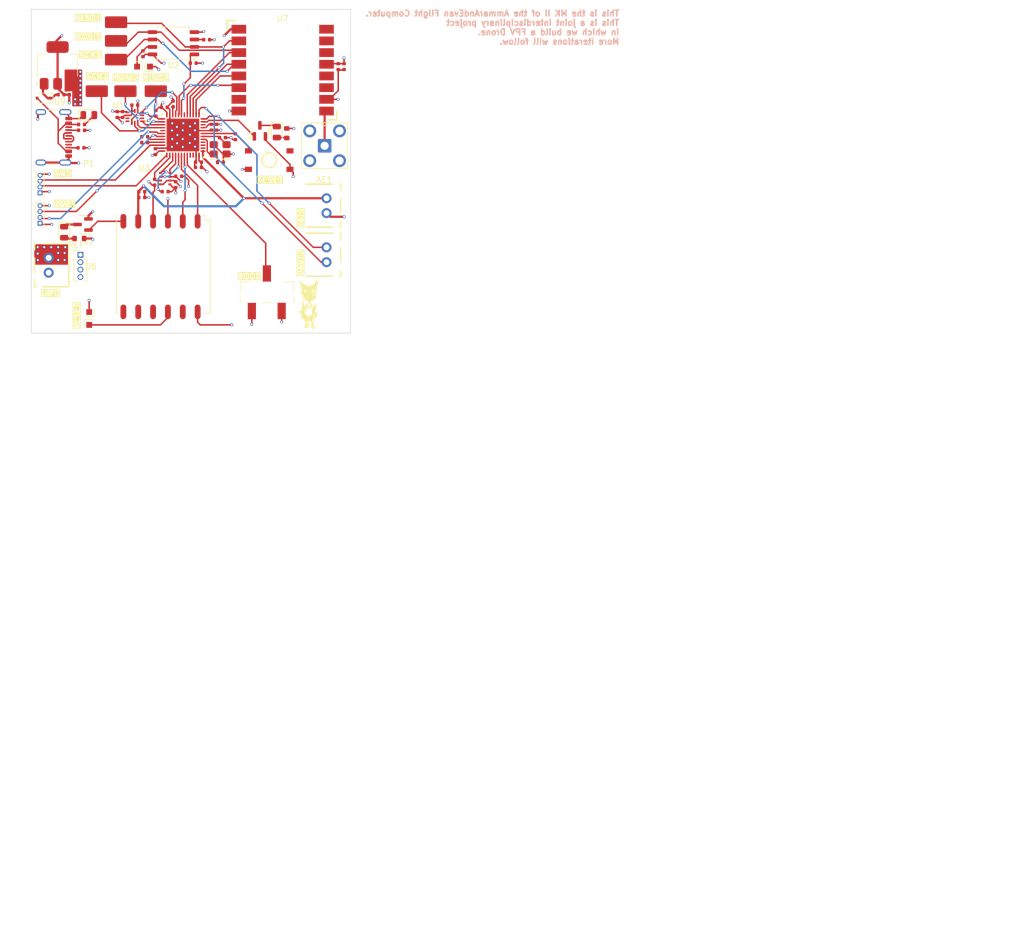
<source format=kicad_pcb>
(kicad_pcb (version 20241229) (generator "pcbnew") (generator_version "9.0")
  (layers (0 "F.Cu" signal) (4 "In1.Cu" power) (6 "In2.Cu" power) (2 "B.Cu" signal) (13 "F.Paste" user) (15 "B.Paste" user) (5 "F.SilkS" user "F.Silkscreen") (7 "B.SilkS" user "B.Silkscreen") (1 "F.Mask" user) (3 "B.Mask" user) (25 "Edge.Cuts" user))
  (net 0 "")
  (net 1 "+3.3V")
  (net 2 "+BATT")
  (net 3 "Net-(U5-PH1-OSC_OUT)")
  (net 4 "Net-(U5-PH0-OSC_IN)")
  (net 5 "+5V")
  (net 6 "Net-(U5-VCAP1)")
  (net 7 "/SPI5_NSS")
  (net 8 "/SPI1_MOSI")
  (net 9 "/SPI1_SCK")
  (net 10 "/SPI1_MISO")
  (net 11 "/SPI1_NSS")
  (net 12 "Net-(U2-~{WP}{slash}IO_{2})")
  (net 13 "Net-(U2-~{HOLD}{slash}~{RESET}{slash}IO_{3})")
  (net 14 "/MCU_RX2")
  (net 15 "Net-(P1-CC1)")
  (net 16 "/MCU_TX2")
  (net 17 "Net-(P1-CC2)")
  (net 21 "Net-(D1-K)")
  (net 22 "/SPI2_SCK")
  (net 27 "/SPI2_NSS")
  (net 28 "Net-(D6-Pad2)")
  (net 29 "Net-(D3-Pad2)")
  (net 30 "/SPI2_MISO")
  (net 32 "/SPI2_MOSI")
  (net 34 "/Debug_TX")
  (net 35 "/Debug_RX")
  (net 39 "GND")
  (net 42 "/MCU_TX1")
  (net 43 "/SPI3_NSS")
  (net 44 "/MCU_RX1")
  (net 48 "Net-(AE1-A)")
  (net 52 "Net-(U5-NRST)")
  (net 53 "Net-(SW2-B)")
  (net 54 "/SPI3_MOSI")
  (net 55 "/SPI5_SCK")
  (net 56 "/SPI3_MISO")
  (net 57 "/SPI3_SCK")
  (net 58 "/Lora_RES")
  (net 59 "/USB_FS_DP")
  (net 60 "/USB_FS_DN")
  (net 61 "Net-(Q3-D)")
  (net 62 "Net-(D5-Pad2)")
  (net 63 "Net-(Q2-D)")
  (net 64 "/SWDIO")
  (net 67 "/SWCLK")
  (net 68 "Net-(Q3-G)")
  (net 69 "/IMU_INT")
  (net 71 "Net-(U6-~{RESET})")
  (net 72 "3.3V")
  (net 73 "Net-(Q2-G)")
  (net 74 "Net-(U5-PA11)")
  (net 75 "Net-(U5-PA12)")
  (footprint "easyeda2kicad:CONN-TH_B2B-XH-A-LF-SN" (layer "F.Cu") (at 112 54.4 90)
    (property "Reference" "BATT")
    (property "Value" "Connector")
  )
  (footprint "PCM_JLCPCB:R_0402" (layer "F.Cu") (at 70.1 41.5 180)
    (property "Reference" "R1" (hide yes))
    (property "Value" "5.1kΩ" (hide yes))
  )
  (footprint "PCM_JLCPCB:R_0402" (layer "F.Cu") (at 89.2 30)
    (property "Reference" "R7" (hide yes))
    (property "Value" "5.1kΩ" (hide yes))
  )
  (footprint "PCM_JLCPCB:C_0402" (layer "F.Cu") (at 76.2 38.8 -90)
    (property "Reference" "C7" (hide yes))
    (property "Value" "2.2uF")
  )
  (footprint "PCM_JLCPCB:C_0402" (layer "F.Cu") (at 94.2 42.75 180)
    (property "Reference" "C11" (hide yes))
    (property "Value" "20pF")
  )
  (footprint "TestPoint:TestPoint_Pad_1.0x1.0mm" (layer "F.Cu") (at 71.4 74.8 90)
    (property "Reference" "REF**" (hide yes))
    (property "Value" "TestPoint_Pad_1.0x1.0mm")
  )
  (footprint "Connector_Coaxial:SMA_BAT_Wireless_BWSMA-KWE-Z001" (layer "F.Cu") (at 111.675 44.15 -90)
    (property "Reference" "AE1")
    (property "Value" "915MHZ Antenna")
  )
  (footprint "easyeda2kicad:SW-SMD_4P-L4.5-W4.5-P3.15-LS7.5-TL" (layer "F.Cu") (at 102.2 46.6)
    (property "Reference" "RESET")
    (property "Value" "TS1101S")
  )
  (footprint "PCM_JLCPCB:C_0402" (layer "F.Cu") (at 90.1 46.95 180)
    (property "Reference" "C18" (hide yes))
    (property "Value" "4.7uF")
  )
  (footprint "Package_LGA:Bosch_LGA-8_2x2.5mm_P0.65mm_ClockwisePinNumbering" (layer "F.Cu") (at 84.4 49.775 90)
    (property "Reference" "U3")
    (property "Value" "BMP280")
  )
  (footprint "PCM_JLCPCB:R_0402" (layer "F.Cu") (at 70 44.5 180)
    (property "Reference" "R2" (hide yes))
    (property "Value" "5.1kΩ" (hide yes))
  )
  (footprint "PCM_JLCPCB:C_0402" (layer "F.Cu") (at 92.3 40.965316 -90)
    (property "Reference" "C21" (hide yes))
    (property "Value" "1uF")
  )
  (footprint "easyeda2kicad:CONN-TH_B2B-XH-A-LF-SN" (layer "F.Cu") (at 112 62.8 90)
    (property "Reference" "UART2")
    (property "Value" "Connector")
  )
  (footprint "Package_SO:SOIC-8_5.3x5.3mm_P1.27mm" (layer "F.Cu") (at 85.8125 26.6 180)
    (property "Reference" "U2")
    (property "Value" "W25Q16JVSS")
  )
  (footprint "PCM_JLCPCB:R_0402" (layer "F.Cu") (at 70.1 40.5)
    (property "Reference" "R11" (hide yes))
    (property "Value" "200Ω" (hide yes))
  )
  (footprint "TestPoint:TestPoint_Keystone_5019_Miniature" (layer "F.Cu") (at 72.7 34.8)
    (property "Reference" "SCK2")
    (property "Value" "TestPoint")
  )
  (footprint "PCM_JLCPCB:C_0402" (layer "F.Cu") (at 90.09547 47.838667)
    (property "Reference" "C25" (hide yes))
    (property "Value" "100nF")
  )
  (footprint "PCM_JLCPCB:R_0402" (layer "F.Cu") (at 82.8 38.6 -90)
    (property "Reference" "R12" (hide yes))
    (property "Value" "5.1kΩ" (hide yes))
  )
  (footprint "PCM_JLCPCB:Q_SOT-23" (layer "F.Cu") (at 70.34 57.62 180)
    (property "Reference" "Q3" (hide yes))
    (property "Value" "AO3400A")
  )
  (footprint "TestPoint:TestPoint_Keystone_5019_Miniature" (layer "F.Cu") (at 76 26.2 180)
    (property "Reference" "MOSI1")
    (property "Value" "TestPoint")
  )
  (footprint "PCM_JLCPCB:C_0402" (layer "F.Cu") (at 82.73575 45.153393 -90)
    (property "Reference" "C29" (hide yes))
    (property "Value" "100nF")
  )
  (footprint "PCM_JLCPCB:C_0402" (layer "F.Cu") (at 93.85 47)
    (property "Reference" "C10" (hide yes))
    (property "Value" "20pF")
  )
  (footprint "SW-SHOUHAN_MST-22D18G23J_C2875122:SPDT" (layer "F.Cu") (at 101.8 69.215365)
    (property "Reference" "BOOT")
    (property "Value" "SPDT" (hide yes))
  )
  (footprint "PCM_JLCPCB:R_0402" (layer "F.Cu") (at 84.4 52)
    (property "Reference" "R15" (hide yes))
    (property "Value" "5.1kΩ" (hide yes))
  )
  (footprint "TestPoint:TestPoint_Pad_1.0x1.0mm" (layer "F.Cu") (at 71.4 72.6 90)
    (property "Reference" "REF**" (hide yes))
    (property "Value" "TestPoint_Pad_1.0x1.0mm")
  )
  (footprint "Connector_PinHeader_1.00mm:PinHeader_1x04_P1.00mm_Vertical" (layer "F.Cu") (at 63 57.4 180)
    (property "Reference" "UART")
    (property "Value" "Conn_01x04_Pin")
  )
  (footprint "Package_TO_SOT_SMD:SOT-223-3_TabPin2" (layer "F.Cu") (at 66 30.4 90)
    (property "Reference" "U9")
    (property "Value" "AP7361C-33E")
  )
  (footprint "easyeda2kicad:LGA-14_L3.0-W2.5-P0.50-TL" (layer "F.Cu") (at 79.2 39.2 180)
    (property "Reference" "U1")
    (property "Value" "ICM-42605")
  )
  (footprint "MountingHole:MountingHole_2.1mm" (layer "F.Cu") (at 64.8 72.8)
    (property "Reference" "REF**" (hide yes))
    (property "Value" "MountingHole_2.1mm")
  )
  (footprint "PCM_JLCPCB:C_0402" (layer "F.Cu") (at 80.4 52)
    (property "Reference" "C31" (hide yes))
    (property "Value" "100nF")
  )
  (footprint "TestPoint:TestPoint_Keystone_5019_Miniature" (layer "F.Cu") (at 76 23 180)
    (property "Reference" "MISO1")
    (property "Value" "TestPoint")
  )
  (footprint "PCM_JLCPCB:C_0402" (layer "F.Cu") (at 68.5 35.4 180)
    (property "Reference" "C4" (hide yes))
    (property "Value" "4.7uF")
  )
  (footprint "PCM_JLCPCB:CRYSTAL-SMD_4P-L3.2-W2.5-BL" (layer "F.Cu") (at 93.8 44.75 180)
    (property "Reference" "X1" (hide yes))
    (property "Value" "Shenzhen SCTF Elec SX2B12.000F1010F30")
  )
  (footprint "PCM_JLCPCB:R_0402" (layer "F.Cu") (at 91.5 26)
    (property "Reference" "R3" (hide yes))
    (property "Value" "5.1kΩ" (hide yes))
  )
  (footprint "PCM_JLCPCB:D_0805" (layer "F.Cu") (at 103.5 41.8 -90)
    (property "Reference" "D5" (hide yes))
    (property "Value" "Red")
  )
  (footprint "Connector_PinHeader_1.27mm:PinHeader_1x04_P1.27mm_Vertical" (layer "F.Cu") (at 69.9 62.8)
    (property "Reference" "REF**")
    (property "Value" "PinHeader_1x04_P1.27mm_Vertical")
  )
  (footprint "PCM_JLCPCB:C_0402" (layer "F.Cu") (at 93.2 40.974013 -90)
    (property "Reference" "C20" (hide yes))
    (property "Value" "100nF")
  )
  (footprint "Diode_SMD:D_SOD-323F" (layer "F.Cu") (at 63.6 36 180)
    (property "Reference" "D1" (hide yes))
    (property "Value" "PMEG3015EJ")
  )
  (footprint "USB-C:USB-C" (layer "F.Cu") (at 64.21 42.7 -90)
    (property "Reference" "P1")
    (property "Value" "USB_C_Plug")
  )
  (footprint "Connector_PinHeader_1.00mm:PinHeader_1x04_P1.00mm_Vertical" (layer "F.Cu") (at 63 52.2 180)
    (property "Reference" "SWD")
    (property "Value" "Conn_01x04_Pin")
  )
  (footprint "PCM_JLCPCB:R_0603" (layer "F.Cu") (at 105.2 42 -90)
    (property "Reference" "R5" (hide yes))
    (property "Value" "75Ω")
  )
  (footprint "PCM_JLCPCB:C_0402" (layer "F.Cu") (at 79.2 37.2)
    (property "Reference" "C8" (hide yes))
    (property "Value" "10nF")
  )
  (footprint "PCM_JLCPCB:C_0402" (layer "F.Cu") (at 86.2 50.8 90)
    (property "Reference" "C12" (hide yes))
    (property "Value" "100nF")
  )
  (footprint "PCM_JLCPCB:D_0805" (layer "F.Cu") (at 71.34 38.9)
    (property "Reference" "D3" (hide yes))
    (property "Value" "Green")
  )
  (footprint "LOGO" (layer "F.Cu") (at 108.9 71.3)
    (property "Reference" "G***" (hide yes))
    (property "Value" "LOGO" (hide yes))
  )
  (footprint "PCM_JLCPCB:C_0402" (layer "F.Cu") (at 77.128509 38.8 90)
    (property "Reference" "C6" (hide yes))
    (property "Value" "100nF")
  )
  (footprint "Package_DFN_QFN:QFN-48-1EP_7x7mm_P0.5mm_EP5.6x5.6mm" (layer "F.Cu") (at 87.4375 42.3 180)
    (property "Reference" "U5" (hide yes))
    (property "Value" "STM32F411")
  )
  (footprint "Lora1276:COMM-SMD_LORA1276-C1-915MHZ" (layer "F.Cu") (at 104.5 31.2)
    (property "Reference" "U7")
    (property "Value" "915MHz")
  )
  (footprint "easyeda2kicad:CONN-TH_B2B-XH-A-LF-SN" (layer "F.Cu") (at 64.4725 64.6 -90)
    (property "Reference" "LIPO")
    (property "Value" "Connector")
  )
  (footprint "PCM_JLCPCB:R_0402" (layer "F.Cu") (at 80.9 43.6 180)
    (property "Reference" "R14" (hide yes))
    (property "Value" "22Ω" (hide yes))
  )
  (footprint "TestPoint:TestPoint_Keystone_5019_Miniature" (layer "F.Cu") (at 77.6 34.8)
    (property "Reference" "MOSI2")
    (property "Value" "TestPoint")
  )
  (footprint "PCM_JLCPCB:C_0402" (layer "F.Cu") (at 66.6 35.4)
    (property "Reference" "C5" (hide yes))
    (property "Value" "4.7uF")
  )
  (footprint "PCM_JLCPCB:C_0402" (layer "F.Cu") (at 80.4 53)
    (property "Reference" "C15" (hide yes))
    (property "Value" "4.7uF")
  )
  (footprint "MountingHole:MountingHole_2.1mm" (layer "F.Cu") (at 113.2 73.2)
    (property "Reference" "REF**" (hide yes))
    (property "Value" "MountingHole_2.1mm")
  )
  (footprint "TestPoint:TestPoint_Pad_1.0x1.0mm" (layer "F.Cu") (at 79.6 30.6)
    (property "Reference" "REF**" (hide yes))
    (property "Value" "TestPoint_Pad_1.0x1.0mm")
  )
  (footprint "PCM_JLCPCB:R_0402" (layer "F.Cu") (at 82.6 50.375 -90)
    (property "Reference" "R9" (hide yes))
    (property "Value" "5.1kΩ" (hide yes))
  )
  (footprint "TestPoint:TestPoint_Keystone_5019_Miniature" (layer "F.Cu") (at 76 29.4)
    (property "Reference" "SCK1")
    (property "Value" "TestPoint")
  )
  (footprint "PCM_JLCPCB:C_0402" (layer "F.Cu") (at 96.4 42.6 -90)
    (property "Reference" "C27" (hide yes))
    (property "Value" "100nF")
  )
  (footprint "PCM_JLCPCB:R_0402" (layer "F.Cu") (at 80.6 28.4 -90)
    (property "Reference" "R4" (hide yes))
    (property "Value" "5.1kΩ" (hide yes))
  )
  (footprint "TestPoint:TestPoint_Pad_1.0x1.0mm" (layer "F.Cu") (at 81.8 30.6)
    (property "Reference" "REF**" (hide yes))
    (property "Value" "TestPoint_Pad_1.0x1.0mm")
  )
  (footprint "PCM_JLCPCB:C_0402" (layer "F.Cu") (at 115 30.6 -90)
    (property "Reference" "C28" (hide yes))
    (property "Value" "100nF")
  )
  (footprint "L86:XCVR_L86-M33" (layer "F.Cu") (at 83.6 64.823663 -90)
    (property "Reference" "U6")
    (property "Value" "L86-M33")
  )
  (footprint "TestPoint:TestPoint_Keystone_5019_Miniature" (layer "F.Cu") (at 82.8 34.8)
    (property "Reference" "MISO2")
    (property "Value" "TestPoint")
  )
  (footprint "PCM_JLCPCB:D_0805" (layer "F.Cu") (at 67.12 58.94 -90)
    (property "Reference" "D6" (hide yes))
    (property "Value" "Red")
  )
  (footprint "MountingHole:MountingHole_2.1mm" (layer "F.Cu") (at 64.2 23.4)
    (property "Reference" "REF**" (hide yes))
    (property "Value" "MountingHole_2.1mm")
  )
  (footprint "PCM_JLCPCB:C_0402" (layer "F.Cu") (at 84.25 37.567564 180)
    (property "Reference" "C9" (hide yes))
    (property "Value" "100nF")
  )
  (footprint "PCM_JLCPCB:C_0402" (layer "F.Cu") (at 85.75 37 90)
    (property "Reference" "C26" (hide yes))
    (property "Value" "4.7uF")
  )
  (footprint "PCM_JLCPCB:Q_SOT-23" (layer "F.Cu") (at 100.6 41.6 90)
    (property "Reference" "Q2" (hide yes))
    (property "Value" "AO3400A")
  )
  (footprint "PCM_JLCPCB:R_0603" (layer "F.Cu") (at 69.72 60.02 180)
    (property "Reference" "R13" (hide yes))
    (property "Value" "75Ω")
  )
  (footprint "PCM_JLCPCB:C_0402" (layer "F.Cu") (at 86.711167 49.36675)
    (property "Reference" "C17" (hide yes))
    (property "Value" "100nF")
  )
  (footprint "PCM_JLCPCB:C_0402" (layer "F.Cu") (at 114 30.6 -90)
    (property "Reference" "C14" (hide yes))
    (property "Value" "10uF")
  )
  (footprint "PCM_JLCPCB:R_0402" (layer "F.Cu") (at 80.9 42.6 180)
    (property "Reference" "R6" (hide yes))
    (property "Value" "22Ω" (hide yes))
  )
  (gr_rect (start 61.512349 20.8) (end 116.112349 76.2) (stroke (width 0.1)) (fill no) (layer "Edge.Cuts"))
  (gr_text "RESET" (at 69.3 73.3 90) (layer "F.SilkS" knockout) (effects (font (size 1 1))))
  (gr_text "This is the MK II of the AmmarAndEvan Flight Computer.\nThis is a joint interdisciplinary project \nin which we build a FPV Drone. \nMore iterations will follow.\n" (at 162.2 26.9 0) (layer "B.SilkS") (effects (font (size 1 1) (thickness 0.25) (bold yes)) (justify left bottom mirror)))
  (segment (start 89.7 30) (end 90.8 30) (width 0.254) (layer "F.Cu") (net 1))
  (segment (start 84.6875 38.8625) (end 84.6875 38.42451) (width 0.254) (layer "F.Cu") (net 1))
  (segment (start 104.326729 74.3) (end 104.326729 72.408862) (width 0.254) (layer "F.Cu") (net 1))
  (segment (start 84.9 52) (end 85.5 52) (width 0.254) (layer "F.Cu") (net 1))
  (segment (start 82.33 52.07) (end 82.6 51.8) (width 0.254) (layer "F.Cu") (net 1))
  (segment (start 90.1875 46.6875) (end 90.1875 45.775) (width 0.254) (layer "F.Cu") (net 1))
  (segment (start 79.7 38.19) (end 79.7 37.2) (width 0.254) (layer "F.Cu") (net 1))
  (segment (start 76.2 38.3) (end 75.5 38.3) (width 0.254) (layer "F.Cu") (net 1))
  (segment (start 69 35.4) (end 69 34.25) (width 0.381) (layer "F.Cu") (net 1))
  (segment (start 87.1 50.255583) (end 86.211167 49.36675) (width 0.254) (layer "F.Cu") (net 1))
  (segment (start 69 34.25) (end 68.3 33.55) (width 0.381) (layer "F.Cu") (net 1))
  (segment (start 82.33 57.073663) (end 82.33 52.07) (width 0.254) (layer "F.Cu") (net 1))
  (segment (start 83.332436 37.567564) (end 83.75 37.567564) (width 0.254) (layer "F.Cu") (net 1))
  (segment (start 115 30.1) (end 115 29.1) (width 0.254) (layer "F.Cu") (net 1))
  (segment (start 69 35.4) (end 69 36.2) (width 0.381) (layer "F.Cu") (net 1))
  (segment (start 83.339143 45.05) (end 82.73575 45.653393) (width 0.254) (layer "F.Cu") (net 1))
  (segment (start 90.6 47.85) (end 90.6 46.95) (width 0.254) (layer "F.Cu") (net 1))
  (segment (start 82.175 50.875) (end 81.6 50.3) (width 0.254) (layer "F.Cu") (net 1))
  (segment (start 79.720421 37.179579) (end 79.7 37.2) (width 0.254) (layer "F.Cu") (net 1))
  (segment (start 90.59547 47.838667) (end 90.788667 47.838667) (width 0.254) (layer "F.Cu") (net 1))
  (segment (start 112.3 29.9) (end 112 30.2) (width 0.254) (layer "F.Cu") (net 1))
  (segment (start 80.995 28.505) (end 82.225 28.505) (width 0.254) (layer "F.Cu") (net 1))
  (segment (start 63.2 49) (end 64.6 49) (width 0.254) (layer "F.Cu") (net 1))
  (segment (start 82.6 50.875) (end 82.6 51.8) (width 0.254) (layer "F.Cu") (net 1))
  (segment (start 106.38 41.18) (end 106.4 41.2) (width 0.254) (layer "F.Cu") (net 1))
  (segment (start 86.127917 49.45) (end 86.211167 49.36675) (width 0.254) (layer "F.Cu") (net 1))
  (segment (start 86.2 51.3) (end 85.75 51.3) (width 0.254) (layer "F.Cu") (net 1))
  (segment (start 84.6875 38.42451) (end 83.830554 37.567564) (width 0.254) (layer "F.Cu") (net 1))
  (segment (start 90.1875 45.775) (end 90.15 45.7375) (width 0.254) (layer "F.Cu") (net 1))
  (segment (start 71.82 60.02) (end 72 60.2) (width 0.381) (layer "F.Cu") (net 1))
  (segment (start 82.73575 45.653393) (end 82.346607 45.653393) (width 0.254) (layer "F.Cu") (net 1))
  (segment (start 83.72 30) (end 82.225 28.505) (width 0.254) (layer "F.Cu") (net 1))
  (segment (start 77.79 38.3) (end 77.94 38.45) (width 0.254) (layer "F.Cu") (net 1))
  (segment (start 83.75 37.05) (end 84 36.8) (width 0.254) (layer "F.Cu") (net 1))
  (segment (start 80.6 28.9) (end 80.995 28.505) (width 0.254) (layer "F.Cu") (net 1))
  (segment (start 85.75 51.3) (end 85.2 50.75) (width 0.254) (layer "F.Cu") (net 1))
  (segment (start 63 49.2) (end 63.2 49) (width 0.254) (layer "F.Cu") (net 1))
  (segment (start 84.2 30) (end 83.72 30) (width 0.254) (layer "F.Cu") (net 1))
  (segment (start 83.75 37.567564) (end 83.75 37.05) (width 0.254) (layer "F.Cu") (net 1))
  (segment (start 105.2 41.18) (end 106.38 41.18) (width 0.254) (layer "F.Cu") (net 1))
  (segment (start 86.2 51.3) (end 86.2 52.2) (width 0.254) (layer "F.Cu") (net 1))
  (segment (start 79.720421 36.502063) (end 79.720421 37.179579) (width 0.254) (layer "F.Cu") (net 1))
  (segment (start 63 54.4) (end 64.6 54.4) (width 0.254) (layer "F.Cu") (net 1))
  (segment (start 90.45 46.95) (end 90.1875 46.6875) (width 0.254) (layer "F.Cu") (net 1))
  (segment (start 82.346607 45.653393) (end 82.2 45.8) (width 0.254) (layer "F.Cu") (net 1))
  (segment (start 82.8 38.1) (end 83.332436 37.567564) (width 0.254) (layer "F.Cu") (net 1))
  (segment (start 115 30.1) (end 112 30.1) (width 0.254) (layer "F.Cu") (net 1))
  (segment (start 70.54 60.02) (end 71.82 60.02) (width 0.381) (layer "F.Cu") (net 1))
  (segment (start 92 26) (end 92.8 26) (width 0.254) (layer "F.Cu") (net 1))
  (segment (start 90.788667 47.838667) (end 91.55 48.6) (width 0.254) (layer "F.Cu") (net 1))
  (segment (start 76.2 38.3) (end 77.79 38.3) (width 0.254) (layer "F.Cu") (net 1))
  (segment (start 82.6 50.875) (end 82.175 50.875) (width 0.254) (layer "F.Cu") (net 1))
  (segment (start 84 45.05) (end 83.339143 45.05) (width 0.254) (layer "F.Cu") (net 1))
  (segment (start 85.2 49.45) (end 86.127917 49.45) (width 0.254) (layer "F.Cu") (net 1))
  (segment (start 85.5 52) (end 86.2 51.3) (width 0.254) (layer "F.Cu") (net 1))
  (segment (start 75.5 38.3) (end 75.4 38.2) (width 0.254) (layer "F.Cu") (net 1))
  (via (at 86.2 52.2) (size 0.5) (drill 0.3) (layers "F.Cu" "B.Cu") (net 1))
  (via (at 69.9 34.6) (size 0.5) (drill 0.3) (layers "F.Cu" "B.Cu") (net 1))
  (via (at 67.2 63.7) (size 0.5) (drill 0.3) (layers "F.Cu" "B.Cu") (net 1))
  (via (at 69.9 31.5) (size 0.5) (drill 0.3) (layers "F.Cu" "B.Cu") (net 1))
  (via (at 106.4 41.2) (size 0.5) (drill 0.3) (layers "F.Cu" "B.Cu") (net 1))
  (via (at 64.6 54.4) (size 0.5) (drill 0.3) (layers "F.Cu" "B.Cu") (net 1))
  (via (at 64.6 49) (size 0.5) (drill 0.3) (layers "F.Cu" "B.Cu") (net 1))
  (via (at 79.720421 36.502063) (size 0.5) (drill 0.3) (layers "F.Cu" "B.Cu") (net 1))
  (via (at 63.7 61.5) (size 0.5) (drill 0.3) (layers "F.Cu" "B.Cu") (net 1))
  (via (at 67.2 62.5) (size 0.5) (drill 0.3) (layers "F.Cu" "B.Cu") (net 1))
  (via (at 115 29.1) (size 0.5) (drill 0.3) (layers "F.Cu" "B.Cu") (net 1))
  (via (at 66.1 62.5) (size 0.5) (drill 0.3) (layers "F.Cu" "B.Cu") (net 1))
  (via (at 69.9 32.2) (size 0.5) (drill 0.3) (layers "F.Cu" "B.Cu") (net 1))
  (via (at 82.2 45.8) (size 0.5) (drill 0.3) (layers "F.Cu" "B.Cu") (net 1))
  (via (at 66.1 63.7) (size 0.5) (drill 0.3) (layers "F.Cu" "B.Cu") (net 1))
  (via (at 69.9 33.8) (size 0.5) (drill 0.3) (layers "F.Cu" "B.Cu") (net 1))
  (via (at 69.9 36.3) (size 0.5) (drill 0.3) (layers "F.Cu" "B.Cu") (net 1))
  (via (at 90.8 30) (size 0.5) (drill 0.3) (layers "F.Cu" "B.Cu") (net 1))
  (via (at 64.9 61.5) (size 0.5) (drill 0.3) (layers "F.Cu" "B.Cu") (net 1))
  (via (at 104.326729 74.3) (size 0.5) (drill 0.3) (layers "F.Cu" "B.Cu") (net 1))
  (via (at 69.9 33) (size 0.5) (drill 0.3) (layers "F.Cu" "B.Cu") (net 1))
  (via (at 75.4 38.2) (size 0.5) (drill 0.3) (layers "F.Cu" "B.Cu") (net 1))
  (via (at 62.6 62.6) (size 0.5) (drill 0.3) (layers "F.Cu" "B.Cu") (net 1))
  (via (at 66.1 61.5) (size 0.5) (drill 0.3) (layers "F.Cu" "B.Cu") (net 1))
  (via (at 92.8 26) (size 0.5) (drill 0.3) (layers "F.Cu" "B.Cu") (net 1))
  (via (at 87.1 50.255583) (size 0.5) (drill 0.3) (layers "F.Cu" "B.Cu") (net 1))
  (via (at 69 36.2) (size 0.5) (drill 0.3) (layers "F.Cu" "B.Cu") (net 1))
  (via (at 91.55 48.6) (size 0.5) (drill 0.3) (layers "F.Cu" "B.Cu") (net 1))
  (via (at 72 60.2) (size 0.5) (drill 0.3) (layers "F.Cu" "B.Cu") (net 1))
  (via (at 69.9 37) (size 0.5) (drill 0.3) (layers "F.Cu" "B.Cu") (net 1))
  (via (at 84.2 30) (size 0.5) (drill 0.3) (layers "F.Cu" "B.Cu") (net 1))
  (via (at 81.6 50.3) (size 0.5) (drill 0.3) (layers "F.Cu" "B.Cu") (net 1))
  (via (at 69 37) (size 0.5) (drill 0.3) (layers "F.Cu" "B.Cu") (net 1))
  (via (at 62.6 61.5) (size 0.5) (drill 0.3) (layers "F.Cu" "B.Cu") (net 1))
  (via (at 67.3 61.5) (size 0.5) (drill 0.3) (layers "F.Cu" "B.Cu") (net 1))
  (via (at 69.9 35.5) (size 0.5) (drill 0.3) (layers "F.Cu" "B.Cu") (net 1))
  (via (at 84 36.8) (size 0.5) (drill 0.3) (layers "F.Cu" "B.Cu") (net 1))
  (via (at 62.6 63.7) (size 0.5) (drill 0.3) (layers "F.Cu" "B.Cu") (net 1))
  (segment (start 91 46.2) (end 91 46.274342) (width 0.381) (layer "F.Cu") (net 2))
  (segment (start 91 46.274342) (end 97.855658 53.13) (width 0.381) (layer "F.Cu") (net 2))
  (segment (start 80.7 51.1) (end 79.9 51.9) (width 0.381) (layer "F.Cu") (net 2))
  (segment (start 79.79 57.073663) (end 79.79 52.11) (width 0.381) (layer "F.Cu") (net 2))
  (segment (start 79.9 51.9) (end 79.9 52) (width 0.381) (layer "F.Cu") (net 2))
  (segment (start 90.875 45.05) (end 90.875 46.075) (width 0.381) (layer "F.Cu") (net 2))
  (segment (start 80.7 51) (end 80.7 51.1) (width 0.381) (layer "F.Cu") (net 2))
  (segment (start 97.855658 53.13) (end 112.525 53.13) (width 0.381) (layer "F.Cu") (net 2))
  (segment (start 90.875 46.075) (end 91 46.2) (width 0.381) (layer "F.Cu") (net 2))
  (via (at 80.7 51) (size 0.5) (drill 0.3) (layers "F.Cu" "B.Cu") (net 2))
  (via (at 97.855658 53.13) (size 0.5) (drill 0.3) (layers "F.Cu" "B.Cu") (net 2))
  (segment (start 96.485658 54.5) (end 97.855658 53.13) (width 0.381) (layer "B.Cu") (net 2))
  (segment (start 84.2 54.5) (end 96.485658 54.5) (width 0.381) (layer "B.Cu") (net 2))
  (segment (start 80.7 51) (end 84.2 54.5) (width 0.381) (layer "B.Cu") (net 2))
  (segment (start 93.5 42.55) (end 94.9 43.95) (width 0.254) (layer "F.Cu") (net 3))
  (segment (start 90.8375 42.55) (end 93.5 42.55) (width 0.254) (layer "F.Cu") (net 3))
  (segment (start 92.7 45.55) (end 92 45.55) (width 0.254) (layer "F.Cu") (net 4))
  (segment (start 91.603 43.324016) (end 91.328984 43.05) (width 0.254) (layer "F.Cu") (net 4))
  (segment (start 91.328984 43.05) (end 90.8375 43.05) (width 0.254) (layer "F.Cu") (net 4))
  (segment (start 92 45.55) (end 91.603 45.153) (width 0.254) (layer "F.Cu") (net 4))
  (segment (start 93.35 46.2) (end 92.7 45.55) (width 0.254) (layer "F.Cu") (net 4))
  (segment (start 93.35 47) (end 93.35 46.2) (width 0.254) (layer "F.Cu") (net 4))
  (segment (start 91.603 45.153) (end 91.603 43.324016) (width 0.254) (layer "F.Cu") (net 4))
  (segment (start 68.09 40.5) (end 67.89 40.3) (width 0.254) (layer "F.Cu") (net 5))
  (segment (start 67.496232 40.3) (end 66.1 41.696232) (width 0.254) (layer "F.Cu") (net 5))
  (segment (start 67.89 40.3) (end 67.496232 40.3) (width 0.254) (layer "F.Cu") (net 5))
  (segment (start 66.1 39.6) (end 65.4 38.9) (width 0.254) (layer "F.Cu") (net 5))
  (segment (start 66.1 43.8) (end 66.196232 43.8) (width 0.254) (layer "F.Cu") (net 5))
  (segment (start 67.496232 45.1) (end 67.89 45.1) (width 0.254) (layer "F.Cu") (net 5))
  (segment (start 69.6 40.5) (end 68.09 40.5) (width 0.254) (layer "F.Cu") (net 5))
  (segment (start 66.1 41.696232) (end 66.1 43.8) (width 0.254) (layer "F.Cu") (net 5))
  (segment (start 66.196232 43.8) (end 67.496232 45.1) (width 0.254) (layer "F.Cu") (net 5))
  (segment (start 66.1 41.696232) (end 66.1 39.6) (width 0.254) (layer "F.Cu") (net 5))
  (segment (start 62.5 36) (end 65.4 38.9) (width 0.254) (layer "F.Cu") (net 5))
  (segment (start 85.6875 37.3125) (end 85.6875 38.8625) (width 0.254) (layer "F.Cu") (net 6))
  (segment (start 85.75 37.25) (end 85.6875 37.3125) (width 0.254) (layer "F.Cu") (net 6))
  (segment (start 88.7 32.5) (end 88.7 30) (width 0.254) (layer "F.Cu") (net 7))
  (segment (start 87.1875 36.4125) (end 87.1875 38.8625) (width 0.254) (layer "F.Cu") (net 7))
  (segment (start 87.6 36) (end 87.1875 36.4125) (width 0.254) (layer "F.Cu") (net 7))
  (segment (start 88.7 30) (end 88.7 28.5925) (width 0.254) (layer "F.Cu") (net 7))
  (segment (start 88.7 28.5925) (end 88.7875 28.505) (width 0.254) (layer "F.Cu") (net 7))
  (segment (start 87.6 33.6) (end 88.7 32.5) (width 0.254) (layer "F.Cu") (net 7))
  (via (at 87.6 33.6) (size 0.5) (drill 0.3) (layers "F.Cu" "B.Cu") (net 7))
  (via (at 87.6 36) (size 0.5) (drill 0.3) (layers "F.Cu" "B.Cu") (net 7))
  (segment (start 87.6 33.6) (end 87.6 36) (width 0.254) (layer "B.Cu") (net 7))
  (segment (start 83.695 24.695) (end 86.8 27.8) (width 0.254) (layer "F.Cu") (net 8))
  (segment (start 95.4 28.2) (end 88.1875 35.4125) (width 0.254) (layer "F.Cu") (net 8))
  (segment (start 88.1875 35.4125) (end 88.1875 38.8625) (width 0.254) (layer "F.Cu") (net 8))
  (segment (start 90.227438 27.815) (end 90.242438 27.8) (width 0.254) (layer "F.Cu") (net 8))
  (segment (start 88.572562 27.815) (end 90.227438 27.815) (width 0.254) (layer "F.Cu") (net 8))
  (segment (start 82.225 24.695) (end 83.695 24.695) (width 0.254) (layer "F.Cu") (net 8))
  (segment (start 96.7 28.2) (end 95.4 28.2) (width 0.254) (layer "F.Cu") (net 8))
  (segment (start 88.557562 27.8) (end 88.572562 27.815) (width 0.254) (layer "F.Cu") (net 8))
  (segment (start 79.805 24.695) (end 82.225 24.695) (width 0.254) (layer "F.Cu") (net 8))
  (segment (start 90.242438 27.8) (end 96.6 27.8) (width 0.254) (layer "F.Cu") (net 8))
  (segment (start 77.9 26.6) (end 79.805 24.695) (width 0.254) (layer "F.Cu") (net 8))
  (segment (start 96.6 27.8) (end 97 28.2) (width 0.254) (layer "F.Cu") (net 8))
  (segment (start 86.8 27.8) (end 88.557562 27.8) (width 0.254) (layer "F.Cu") (net 8))
  (segment (start 75 26.6) (end 77.9 26.6) (width 0.254) (layer "F.Cu") (net 8))
  (segment (start 96.2 30.2) (end 95 31.4) (width 0.254) (layer "F.Cu") (net 9))
  (segment (start 96.7 30.2) (end 96.2 30.2) (width 0.254) (layer "F.Cu") (net 9))
  (segment (start 95.000001 30.2) (end 89.1875 36.012501) (width 0.254) (layer "F.Cu") (net 9))
  (segment (start 83.165 25.965) (end 82.225 25.965) (width 0.254) (layer "F.Cu") (net 9))
  (segment (start 83.8 26.6) (end 83.165 25.965) (width 0.254) (layer "F.Cu") (net 9))
  (segment (start 84 26.6) (end 83.8 26.6) (width 0.254) (layer "F.Cu") (net 9))
  (segment (start 82.225 25.965) (end 80.835 25.965) (width 0.254) (layer "F.Cu") (net 9))
  (segment (start 89.1875 36.012501) (end 89.1875 38.8625) (width 0.254) (layer "F.Cu") (net 9))
  (segment (start 76.8 30) (end 75 30) (width 0.254) (layer "F.Cu") (net 9))
  (segment (start 80.835 25.965) (end 76.8 30) (width 0.254) (layer "F.Cu") (net 9))
  (segment (start 96.7 30.2) (end 95.000001 30.2) (width 0.254) (layer "F.Cu") (net 9))
  (via (at 84 26.6) (size 0.5) (drill 0.3) (layers "F.Cu" "B.Cu") (net 9))
  (via (at 95 31.4) (size 0.5) (drill 0.3) (layers "F.Cu" "B.Cu") (net 9))
  (segment (start 95 31.4) (end 88.8 31.4) (width 0.254) (layer "B.Cu") (net 9))
  (segment (start 88.8 31.4) (end 84 26.6) (width 0.254) (layer "B.Cu") (net 9))
  (segment (start 89.4 27.235) (end 87.835 27.235) (width 0.254) (layer "F.Cu") (net 10))
  (segment (start 94.365 27.235) (end 89.4 27.235) (width 0.254) (layer "F.Cu") (net 10))
  (segment (start 95.4 26.2) (end 96.7 26.2) (width 0.254) (layer "F.Cu") (net 10))
  (segment (start 94.365 27.235) (end 95.4 26.2) (width 0.254) (layer "F.Cu") (net 10))
  (segment (start 87.835 27.235) (end 83.8 23.2) (width 0.254) (layer "F.Cu") (net 10))
  (segment (start 83.8 23.2) (end 75 23.2) (width 0.254) (layer "F.Cu") (net 10))
  (segment (start 88.6875 35.7125) (end 88.6875 38.8625) (width 0.254) (layer "F.Cu") (net 10))
  (segment (start 93.6 30.8) (end 88.6875 35.7125) (width 0.254) (layer "F.Cu") (net 10))
  (via (at 94.365 27.235) (size 0.5) (drill 0.3) (layers "F.Cu" "B.Cu") (net 10))
  (via (at 93.6 30.8) (size 0.5) (drill 0.3) (layers "F.Cu" "B.Cu") (net 10))
  (segment (start 94.4 27.27) (end 94.4 30) (width 0.254) (layer "B.Cu") (net 10))
  (segment (start 94.4 30) (end 93.6 30.8) (width 0.254) (layer "B.Cu") (net 10))
  (segment (start 94.365 27.235) (end 94.4 27.27) (width 0.254) (layer "B.Cu") (net 10))
  (segment (start 93.8 32.2) (end 96.7 32.2) (width 0.254) (layer "F.Cu") (net 11))
  (segment (start 89.6875 38.8625) (end 89.6875 36.3125) (width 0.254) (layer "F.Cu") (net 11))
  (segment (start 89.6875 36.3125) (end 93.8 32.2) (width 0.254) (layer "F.Cu") (net 11))
  (segment (start 89.4 25.965) (end 90.965 25.965) (width 0.254) (layer "F.Cu") (net 12))
  (segment (start 90.965 25.965) (end 91 26) (width 0.254) (layer "F.Cu") (net 12))
  (segment (start 79.6 30.6) (end 79.6 28.9) (width 0.254) (layer "F.Cu") (net 13))
  (segment (start 80.6 27.9) (end 81.265 27.235) (width 0.254) (layer "F.Cu") (net 13))
  (segment (start 79.6 28.9) (end 80.6 27.9) (width 0.254) (layer "F.Cu") (net 13))
  (segment (start 81.265 27.235) (end 82.225 27.235) (width 0.254) (layer "F.Cu") (net 13))
  (segment (start 91.4 37.8) (end 91.2 37.6) (width 0.254) (layer "F.Cu") (net 14))
  (segment (start 100.95 53.95) (end 111.07 64.07) (width 0.254) (layer "F.Cu") (net 14))
  (segment (start 90.1875 38.0125) (end 90.1875 38.8625) (width 0.254) (layer "F.Cu") (net 14))
  (segment (start 91.2 37.6) (end 90.6 37.6) (width 0.254) (layer "F.Cu") (net 14))
  (segment (start 111.07 64.07) (end 112 64.07) (width 0.254) (layer "F.Cu") (net 14))
  (segment (start 90.6 37.6) (end 90.1875 38.0125) (width 0.254) (layer "F.Cu") (net 14))
  (via (at 91.4 37.8) (size 0.5) (drill 0.3) (layers "F.Cu" "B.Cu") (net 14))
  (via (at 100.95 53.95) (size 0.5) (drill 0.3) (layers "F.Cu" "B.Cu") (net 14))
  (segment (start 92.8 39.2) (end 91.4 37.8) (width 0.254) (layer "B.Cu") (net 14))
  (segment (start 92.8 45.8) (end 92.8 39.2) (width 0.254) (layer "B.Cu") (net 14))
  (segment (start 100.95 53.95) (end 92.8 45.8) (width 0.254) (layer "B.Cu") (net 14))
  (segment (start 69.6 41.5) (end 67.94 41.5) (width 0.254) (layer "F.Cu") (net 15))
  (segment (start 67.94 41.5) (end 67.89 41.45) (width 0.254) (layer "F.Cu") (net 15))
  (segment (start 102.2 54) (end 109.73 61.53) (width 0.254) (layer "F.Cu") (net 16))
  (segment (start 91.487274 39.55) (end 90.875 39.55) (width 0.254) (layer "F.Cu") (net 16))
  (segment (start 93.5 39.1) (end 91.937274 39.1) (width 0.254) (layer "F.Cu") (net 16))
  (segment (start 91.937274 39.1) (end 91.487274 39.55) (width 0.254) (layer "F.Cu") (net 16))
  (segment (start 109.73 61.53) (end 112 61.53) (width 0.254) (layer "F.Cu") (net 16))
  (via (at 93.5 39.1) (size 0.5) (drill 0.3) (layers "F.Cu" "B.Cu") (net 16))
  (via (at 102.2 54) (size 0.5) (drill 0.3) (layers "F.Cu" "B.Cu") (net 16))
  (segment (start 100.1 51.9) (end 100.1 45.7) (width 0.254) (layer "B.Cu") (net 16))
  (segment (start 100.1 45.7) (end 93.5 39.1) (width 0.254) (layer "B.Cu") (net 16))
  (segment (start 102.2 54) (end 100.1 51.9) (width 0.254) (layer "B.Cu") (net 16))
  (segment (start 67.94 44.5) (end 67.89 44.45) (width 0.254) (layer "F.Cu") (net 17))
  (segment (start 69.5 44.5) (end 67.94 44.5) (width 0.254) (layer "F.Cu") (net 17))
  (segment (start 63.7 33.55) (end 63.5 33.75) (width 0.381) (layer "F.Cu") (net 21))
  (segment (start 63.5 35.2) (end 64.3 36) (width 0.381) (layer "F.Cu") (net 21))
  (segment (start 63.5 33.75) (end 63.5 35.2) (width 0.381) (layer "F.Cu") (net 21))
  (segment (start 66.1 35.4) (end 65.65 35.4) (width 0.381) (layer "F.Cu") (net 21))
  (segment (start 65.05 36) (end 64.7 36) (width 0.381) (layer "F.Cu") (net 21))
  (segment (start 64.3 36) (end 64.7 36) (width 0.381) (layer "F.Cu") (net 21))
  (segment (start 65.65 35.4) (end 65.05 36) (width 0.381) (layer "F.Cu") (net 21))
  (segment (start 79.2 40.8) (end 79.2 40.21) (width 0.254) (layer "F.Cu") (net 22))
  (segment (start 73.5 38.5) (end 76.6 41.6) (width 0.254) (layer "F.Cu") (net 22))
  (segment (start 82.4 40) (end 82.446621 40.046621) (width 0.254) (layer "F.Cu") (net 22))
  (segment (start 80 41.6) (end 79.2 40.8) (width 0.254) (layer "F.Cu") (net 22))
  (segment (start 76.6 41.6) (end 80 41.6) (width 0.254) (layer "F.Cu") (net 22))
  (segment (start 83.996621 40.046621) (end 84 40.05) (width 0.254) (layer "F.Cu") (net 22))
  (segment (start 82.446621 40.046621) (end 83.996621 40.046621) (width 0.254) (layer "F.Cu") (net 22))
  (segment (start 73.5 35.7) (end 73.5 38.5) (width 0.254) (layer "F.Cu") (net 22))
  (via (at 82.4 40) (size 0.5) (drill 0.3) (layers "F.Cu" "B.Cu") (net 22))
  (via (at 80 41.6) (size 0.5) (drill 0.3) (layers "F.Cu" "B.Cu") (net 22))
  (segment (start 82.2 40) (end 82.4 40) (width 0.254) (layer "B.Cu") (net 22))
  (segment (start 80.6 41.6) (end 82.2 40) (width 0.254) (layer "B.Cu") (net 22))
  (segment (start 80 41.6) (end 80.6 41.6) (width 0.254) (layer "B.Cu") (net 22))
  (segment (start 84 39.55) (end 83.25 39.55) (width 0.254) (layer "F.Cu") (net 27))
  (segment (start 78.7 39.616) (end 78.7 40.21) (width 0.254) (layer "F.Cu") (net 27))
  (segment (start 81.3 38.6) (end 81.8 39.1) (width 0.254) (layer "F.Cu") (net 27))
  (segment (start 79.516 38.8) (end 78.7 39.616) (width 0.254) (layer "F.Cu") (net 27))
  (segment (start 78.7 40.21) (end 78.7 40.5) (width 0.254) (layer "F.Cu") (net 27))
  (segment (start 83.25 39.55) (end 82.8 39.1) (width 0.254) (layer "F.Cu") (net 27))
  (segment (start 79.8 38.8) (end 79.516 38.8) (width 0.254) (layer "F.Cu") (net 27))
  (segment (start 81.8 39.1) (end 82.8 39.1) (width 0.254) (layer "F.Cu") (net 27))
  (via (at 81.3 38.6) (size 0.5) (drill 0.3) (layers "F.Cu" "B.Cu") (net 27))
  (via (at 79.8 38.8) (size 0.5) (drill 0.3) (layers "F.Cu" "B.Cu") (net 27))
  (segment (start 81.3 38.6) (end 80 38.6) (width 0.254) (layer "B.Cu") (net 27))
  (segment (start 80 38.6) (end 79.8 38.8) (width 0.254) (layer "B.Cu") (net 27))
  (segment (start 68.9 60.02) (end 67.26 60.02) (width 0.381) (layer "F.Cu") (net 28))
  (segment (start 67.26 60.02) (end 67.12 59.88) (width 0.381) (layer "F.Cu") (net 28))
  (segment (start 70.68 40.5) (end 72.28 38.9) (width 0.254) (layer "F.Cu") (net 29))
  (segment (start 70.6 40.5) (end 70.68 40.5) (width 0.254) (layer "F.Cu") (net 29))
  (segment (start 80.46 39.95) (end 80.475 39.95) (width 0.254) (layer "F.Cu") (net 30))
  (segment (start 80.475 39.95) (end 81.075 40.55) (width 0.254) (layer "F.Cu") (net 30))
  (segment (start 82.8 37) (end 82.8 34.8) (width 0.254) (layer "F.Cu") (net 30))
  (segment (start 81.075 40.55) (end 84 40.55) (width 0.254) (layer "F.Cu") (net 30))
  (segment (start 81.6 39.8) (end 81.45 39.95) (width 0.254) (layer "F.Cu") (net 30))
  (segment (start 81.45 39.95) (end 80.46 39.95) (width 0.254) (layer "F.Cu") (net 30))
  (via (at 82.8 37) (size 0.5) (drill 0.3) (layers "F.Cu" "B.Cu") (net 30))
  (via (at 81.6 39.8) (size 0.5) (drill 0.3) (layers "F.Cu" "B.Cu") (net 30))
  (segment (start 82.6 37.2) (end 82.8 37) (width 0.254) (layer "B.Cu") (net 30))
  (segment (start 81.6 39.8) (end 82.6 38.8) (width 0.254) (layer "B.Cu") (net 30))
  (segment (start 82.6 38.8) (end 82.6 37.2) (width 0.254) (layer "B.Cu") (net 30))
  (segment (start 79.7 40.21) (end 79.7 39.7) (width 0.254) (layer "F.Cu") (net 32))
  (segment (start 79.7 40.21) (end 79.7 40.555) (width 0.254) (layer "F.Cu") (net 32))
  (segment (start 79.7 40.555) (end 80.195 41.05) (width 0.254) (layer "F.Cu") (net 32))
  (segment (start 80.195 41.05) (end 84 41.05) (width 0.254) (layer "F.Cu") (net 32))
  (segment (start 79.7 39.7) (end 79.8 39.6) (width 0.254) (layer "F.Cu") (net 32))
  (segment (start 77.6 37) (end 77.6 35) (width 0.254) (layer "F.Cu") (net 32))
  (via (at 77.6 37) (size 0.5) (drill 0.3) (layers "F.Cu" "B.Cu") (net 32))
  (via (at 79.8 39.6) (size 0.5) (drill 0.3) (layers "F.Cu" "B.Cu") (net 32))
  (segment (start 77.6 37) (end 77.6 37.4) (width 0.254) (layer "B.Cu") (net 32))
  (segment (start 77.6 37.4) (end 79.8 39.6) (width 0.254) (layer "B.Cu") (net 32))
  (segment (start 81.524272 41.789173) (end 81.535099 41.8) (width 0.254) (layer "F.Cu") (net 34))
  (segment (start 64.6 56.6) (end 63.2 56.6) (width 0.254) (layer "F.Cu") (net 34))
  (segment (start 82.952362 41.8) (end 83.202362 42.05) (width 0.254) (layer "F.Cu") (net 34))
  (segment (start 63.2 56.6) (end 63 56.4) (width 0.254) (layer "F.Cu") (net 34))
  (segment (start 81.535099 41.8) (end 82.952362 41.8) (width 0.254) (layer "F.Cu") (net 34))
  (segment (start 83.202362 42.05) (end 84 42.05) (width 0.254) (layer "F.Cu") (net 34))
  (via (at 64.6 56.6) (size 0.5) (drill 0.3) (layers "F.Cu" "B.Cu") (net 34))
  (via (at 81.524272 41.789173) (size 0.5) (drill 0.3) (layers "F.Cu" "B.Cu") (net 34))
  (segment (start 81.524272 41.789173) (end 81.310827 41.789173) (width 0.254) (layer "B.Cu") (net 34))
  (segment (start 66.5 56.6) (end 64.6 56.6) (width 0.254) (layer "B.Cu") (net 34))
  (segment (start 81.310827 41.789173) (end 66.5 56.6) (width 0.254) (layer "B.Cu") (net 34))
  (segment (start 72.733674 51.866326) (end 69.215 55.385) (width 0.254) (layer "F.Cu") (net 35))
  (segment (start 69.215 55.385) (end 63.015 55.385) (width 0.254) (layer "F.Cu") (net 35))
  (segment (start 82.352095 42.346362) (end 82.746362 42.346362) (width 0.254) (layer "F.Cu") (net 35))
  (segment (start 82.95 42.55) (end 84 42.55) (width 0.254) (layer "F.Cu") (net 35))
  (segment (start 72.736612 51.866326) (end 72.733674 51.866326) (width 0.254) (layer "F.Cu") (net 35))
  (segment (start 63.015 55.385) (end 63 55.4) (width 0.254) (layer "F.Cu") (net 35))
  (segment (start 82.746362 42.346362) (end 82.95 42.55) (width 0.254) (layer "F.Cu") (net 35))
  (via (at 72.736612 51.866326) (size 0.5) (drill 0.3) (layers "F.Cu" "B.Cu") (net 35))
  (via (at 82.352095 42.346362) (size 0.5) (drill 0.3) (layers "F.Cu" "B.Cu") (net 35))
  (segment (start 82.253638 42.346362) (end 82.352095 42.346362) (width 0.254) (layer "B.Cu") (net 35))
  (segment (start 73.6 51.002938) (end 73.6 51) (width 0.254) (layer "B.Cu") (net 35))
  (segment (start 72.736612 51.866326) (end 73.6 51.002938) (width 0.254) (layer "B.Cu") (net 35))
  (segment (start 73.6 51) (end 82.253638 42.346362) (width 0.254) (layer "B.Cu") (net 35))
  (segment (start 87.4375 42.3) (end 88.1875 41.55) (width 0.254) (layer "F.Cu") (net 39))
  (segment (start 67.9975 36.8) (end 67.9975 36.4025) (width 0.381) (layer "F.Cu") (net 39))
  (segment (start 77.1 40.2) (end 76.2 39.3) (width 0.254) (layer "F.Cu") (net 39))
  (segment (start 114 36.2) (end 112 36.2) (width 0.254) (layer "F.Cu") (net 39))
  (segment (start 106.3 48.73) (end 105.75 48.18) (width 0.254) (layer "F.Cu") (net 39))
  (segment (start 69.6 47.1) (end 67.5 47.1) (width 0.381) (layer "F.Cu") (net 39))
  (segment (start 65 57.6) (end 63.2 57.6) (width 0.254) (layer "F.Cu") (net 39))
  (segment (start 88.4 50.047638) (end 87.719112 49.36675) (width 0.254) (layer "F.Cu") (net 39))
  (segment (start 87.719112 49.36675) (end 87.211167 49.36675) (width 0.254) (layer "F.Cu") (net 39))
  (segment (start 84.046 50.75) (end 83.6 50.75) (width 0.254) (layer "F.Cu") (net 39))
  (segment (start 65.8 27.05) (end 65.8 26.2) (width 0.381) (layer "F.Cu") (net 39))
  (segment (start 63.2 52) (end 64.6 52) (width 0.254) (layer "F.Cu") (net 39))
  (segment (start 105.75 47.35) (end 105.75 48.18) (width 0.254) (layer "F.Cu") (net 39))
  (segment (start 97.6 48.2) (end 97.62 48.18) (width 0.254) (layer "F.Cu") (net 39))
  (segment (start 89.95 72.573663) (end 89.95 74.35) (width 0.254) (layer "F.Cu") (net 39))
  (segment (start 85.75 36.5) (end 85.75 36.15) (width 0.254) (layer "F.Cu") (net 39))
  (segment (start 115 56.3) (end 112.63 56.3) (width 0.381) (layer "F.Cu") (net 39))
  (segment (start 89.6875 45.7375) (end 89.6875 46.8625) (width 0.254) (layer "F.Cu") (net 39))
  (segment (start 77.478509 38.95) (end 77.94 38.95) (width 0.254) (layer "F.Cu") (net 39))
  (segment (start 94.85 42.75) (end 95.65 42.75) (width 0.254) (layer "F.Cu") (net 39))
  (segment (start 114 31.1) (end 114 34.71) (width 0.254) (layer "F.Cu") (net 39))
  (segment (start 80.9 53) (end 81.6 53) (width 0.254) (layer "F.Cu") (net 39))
  (segment (start 94.324342 45.6) (end 94.9 45.6) (width 0.254) (layer "F.Cu") (net 39))
  (segment (start 97.62 48.18) (end 98.65 48.18) (width 0.254) (layer "F.Cu") (net 39))
  (segment (start 65.8 26.2) (end 66.7 25.3) (width 0.381) (layer "F.Cu") (net 39))
  (segment (start 77.128509 39.3) (end 77.478509 38.95) (width 0.254) (layer "F.Cu") (net 39))
  (segment (start 96.4 43.1) (end 96 43.1) (width 0.254) (layer "F.Cu") (net 39))
  (segment (start 84.830554 37.567564) (end 85.1875 37.92451) (width 0.254) (layer "F.Cu") (net 39))
  (segment (start 85.75 36.15) (end 85.4 35.8) (width 0.254) (layer "F.Cu") (net 39))
  (segment (start 114.9 31.2) (end 114.1 31.2) (width 0.254) (layer "F.Cu") (net 39))
  (segment (start 66 27.25) (end 65.8 27.05) (width 0.381) (layer "F.Cu") (net 39))
  (segment (start 67.5 47.1) (end 67.42 47.02) (width 0.381) (layer "F.Cu") (net 39))
  (segment (start 82.8 30.6) (end 83.3 31.1) (width 0.254) (layer "F.Cu") (net 39))
  (segment (start 78.534 38.95) (end 78.7 38.784) (width 0.254) (layer "F.Cu") (net 39))
  (segment (start 65.8 34.1) (end 67.1 35.4) (width 0.381) (layer "F.Cu") (net 39))
  (segment (start 95.6 24.2) (end 97 24.2) (width 0.381) (layer "F.Cu") (net 39))
  (segment (start 68 36.4) (end 68 35.4) (width 0.381) (layer "F.Cu") (net 39))
  (segment (start 87.4375 42.3) (end 85.1875 40.05) (width 0.254) (layer "F.Cu") (net 39))
  (segment (start 78.7 38.19) (end 78.7 37.2) (width 0.254) (layer "F.Cu") (net 39))
  (segment (start 88.4 51.1) (end 88.4 50.047638) (width 0.254) (layer "F.Cu") (net 39))
  (segment (start 114 34.71) (end 112.51 36.2) (width 0.254) (layer "F.Cu") (net 39))
  (segment (start 67.89 45.9) (end 67.89 46.445) (width 0.381) (layer "F.Cu") (net 39))
  (segment (start 94.35 47.05) (end 94.35 46.15) (width 0.254) (layer "F.Cu") (net 39))
  (segment (start 93.9 41.474013) (end 93.2 41.474013) (width 0.254) (layer "F.Cu") (net 39))
  (segment (start 81.8 30.6) (end 82.8 30.6) (width 0.254) (layer "F.Cu") (net 39))
  (segment (start 67.9975 36.4025) (end 68 36.4) (width 0.381) (layer "F.Cu") (net 39))
  (segment (start 101.55 42.54) (end 101.55 43.15) (width 0.254) (layer "F.Cu") (net 39))
  (segment (start 91 24.6) (end 90.905 24.695) (width 0.254) (layer "F.Cu") (net 39))
  (segment (start 68 35.4) (end 67.1 35.4) (width 0.381) (layer "F.Cu") (net 39))
  (segment (start 84.696 50.1) (end 84.046 50.75) (width 0.254) (layer "F.Cu") (net 39))
  (segment (start 70.5 44.5) (end 71.4 44.5) (width 0.254) (layer "F.Cu") (net 39))
  (segment (start 85.2 50.1) (end 84.696 50.1) (width 0.254) (layer "F.Cu") (net 39))
  (segment (start 99.229707 72.426288) (end 99.229707 74.670293) (width 0.254) (layer "F.Cu") (net 39))
  (segment (start 67.42 47.02) (end 66.815 47.02) (width 0.381) (layer "F.Cu") (net 39))
  (segment (start 82.73575 44.653393) (end 82.839143 44.55) (width 0.254) (layer "F.Cu") (net 39))
  (segment (start 90.4 74.8) (end 95.8 74.8) (width 0.254) (layer "F.Cu") (net 39))
  (segment (start 85.2 50.1) (end 86 50.1) (width 0.254) (layer "F.Cu") (net 39))
  (segment (start 85.1875 37.92451) (end 85.1875 38.8625) (width 0.254) (layer "F.Cu") (net 39))
  (segment (start 78.7 38.784) (end 78.7 38.19) (width 0.254) (layer "F.Cu") (net 39))
  (segment (start 67.329132 38.718368) (end 67.329132 38.390076) (width 0.254) (layer "F.Cu") (net 39))
  (segment (start 88.1875 41.55) (end 90.875 41.55) (width 0.254) (layer "F.Cu") (net 39))
  (segment (start 65.8 33.35) (end 65.8 34.1) (width 0.254) (layer "F.Cu") (net 39))
  (segment (start 115 31.1) (end 114.9 31.2) (width 0.254) (layer "F.Cu") (net 39))
  (segment (start 85.1875 44.55) (end 85.36875 44.36875) (width 0.254) (layer "F.Cu") (net 39))
  (segment (start 90.875 41.55) (end 93.124013 41.55) (width 0.254) (layer "F.Cu") (net 39))
  (segment (start 85.36875 44.36875) (end 87.41875 42.31875) (width 0.254) (layer "F.Cu") (net 39))
  (segment (start 99.229707 74.670293) (end 99.2 74.7) (width 0.254) (layer "F.Cu") (net 39))
  (segment (start 101.55 43.15) (end 105.75 47.35) (width 0.254) (layer "F.Cu") (net 39))
  (segment (start 62.635 38.38) (end 62.635 39.565) (width 0.381) (layer "F.Cu") (net 39))
  (segment (start 84.75 37.5) (end 85.75 36.5) (width 0.254) (layer "F.Cu") (net 39))
  (segment (start 84.87 53.219937) (end 84.868126 53.218063) (width 0.254) (layer "F.Cu") (net 39))
  (segment (start 67.315 38.38) (end 67.315 38.415) (width 0.254) (layer "F.Cu") (net 39))
  (segment (start 86 50.1) (end 86.2 50.3) (width 0.254) (layer "F.Cu") (net 39))
  (segment (start 76.2 39.3) (end 77.128509 39.3) (width 0.254) (layer "F.Cu") (net 39))
  (segment (start 106.3 49.4) (end 106.3 48.73) (width 0.254) (layer "F.Cu") (net 39))
  (segment (start 87.41875 42.31875) (end 87.4375 42.3) (width 0.254) (layer "F.Cu") (net 39))
  (segment (start 78.7 38.19) (end 79.2 38.19) (width 0.254) (layer "F.Cu") (net 39))
  (segment (start 63 52.2) (end 63.2 52) (width 0.254) (layer "F.Cu") (net 39))
  (segment (start 90.905 24.695) (end 89.4 24.695) (width 0.254) (layer "F.Cu") (net 39))
  (segment (start 67.315 38.415) (end 67.89 38.99) (width 0.254) (layer "F.Cu") (net 39))
  (segment (start 84 44.55) (end 85.1875 44.55) (width 0.254) (layer "F.Cu") (net 39))
  (segment (start 84.87 57.073663) (end 84.87 53.219937) (width 0.254) (layer "F.Cu") (net 39))
  (segment (start 71.4 72) (end 71.4 70.6) (width 0.254) (layer "F.Cu") (net 39))
  (segment (start 62.635 39.565) (end 62.6 39.6) (width 0.381) (layer "F.Cu") (net 39))
  (segment (start 89.6875 45.7375) (end 89.6875 44.55) (width 0.254) (layer "F.Cu") (net 39))
  (segment (start 67.89 38.99) (end 67.89 39.5) (width 0.254) (layer "F.Cu") (net 39))
  (segment (start 84.75 37.567564) (end 84.75 37.5) (width 0.254) (layer "F.Cu") (net 39))
  (segment (start 112.51 36.2) (end 112 36.2) (width 0.254) (layer "F.Cu") (net 39))
  (segment (start 80.9 53) (end 80.9 52) (width 0.254) (layer "F.Cu") (net 39))
  (segment (start 86.2 50.3) (end 87 51.1) (width 0.254) (layer "F.Cu") (net 39))
  (segment (start 66 33.55) (end 66 27.25) (width 0.381) (layer "F.Cu") (net 39))
  (segment (start 70.4 38.9) (end 69.8 39.5) (width 0.254) (layer "F.Cu") (net 39))
  (segment (start 94.5 25.3) (end 95.6 24.2) (width 0.381) (layer "F.Cu") (net 39))
  (segment (start 89.45 46.95) (end 89.45 47.85) (width 0.254) (layer "F.Cu") (net 39))
  (segment (start 94.35 46.15) (end 94.9 45.6) (width 0.254) (layer "F.Cu") (net 39))
  (segment (start 89.6875 46.8625) (end 89.6 46.95) (width 0.254) (layer "F.Cu") (net 39))
  (segment (start 97 38.2) (end 95.4 38.2) (width 0.254) (layer "F.Cu") (net 39))
  (segment (start 96 43.1) (end 95.65 42.75) (width 0.254) (layer "F.Cu") (net 39))
  (segment (start 71.28 56.67) (end 71.28 56.12) (width 0.381) (layer "F.Cu") (net 39))
  (segment (start 66 33.55) (end 65.8 33.75) (width 0.381) (layer "F.Cu") (net 39))
  (segment (start 89.6875 44.55) (end 87.4375 42.3) (width 0.254) (layer "F.Cu") (net 39))
  (segment (start 65.8 33.75) (end 65.8 34.1) (width 0.381) (layer "F.Cu") (net 39))
  (segment (start 92.7 44) (end 92.724342 44) (width 0.254) (layer "F.Cu") (net 39))
  (segment (start 63.2 57.6) (end 63 57.4) (width 0.254) (layer "F.Cu") (net 39))
  (segment (start 94.9 45.6) (end 96.05 45.6) (width 0.254) (layer "F.Cu") (net 39))
  (segment (start 89.95 74.35) (end 90.4 74.8) (width 0.254) (layer "F.Cu") (net 39))
  (segment (start 82.839143 44.55) (end 84 44.55) (width 0.254) (layer "F.Cu") (net 39))
  (segment (start 71.28 56.12) (end 72 55.4) (width 0.381) (layer "F.Cu") (net 39))
  (segment (start 85.1875 40.05) (end 85.1875 38.8625) (width 0.254) (layer "F.Cu") (net 39))
  (segment (start 69.8 39.5) (end 67.89 39.5) (width 0.254) (layer "F.Cu") (net 39))
  (segment (start 67.89 46.445) (end 67.315 47.02) (width 0.381) (layer "F.Cu") (net 39))
  (segment (start 77.94 38.95) (end 78.534 38.95) (width 0.254) (layer "F.Cu") (net 39))
  (segment (start 70.6 41.5) (end 71.5 41.5) (width 0.254) (layer "F.Cu") (net 39))
  (segment (start 114.1 31.2) (end 114 31.1) (width 0.254) (layer "F.Cu") (net 39))
  (segment (start 112.63 56.3) (end 112 55.67) (width 0.381) (layer "F.Cu") (net 39))
  (segment (start 93.124013 41.55) (end 93.2 41.474013) (width 0.254) (layer "F.Cu") (net 39))
  (segment (start 92.724342 44) (end 94.324342 45.6) (width 0.254) (layer "F.Cu") (net 39))
  (segment (start 67.315 47.02) (end 63.135 47.02) (width 0.381) (layer "F.Cu") (net 39))
  (via (at 84.868126 53.218063) (size 0.5) (drill 0.3) (layers "F.Cu" "B.Cu") (net 39))
  (via (at 85.556542 41.52165) (size 0.5) (drill 0.3) (layers "F.Cu" "B.Cu") (net 39))
  (via (at 71.4 44.5) (size 0.5) (drill 0.3) (layers "F.Cu" "B.Cu") (net 39))
  (via (at 97.6 48.2) (size 0.5) (drill 0.3) (layers "F.Cu" "B.Cu") (net 39))
  (via (at 62.6 39.6) (size 0.5) (drill 0.3) (layers "F.Cu" "B.Cu") (net 39))
  (via (at 94.5 25.3) (size 0.5) (drill 0.3) (layers "F.Cu" "B.Cu") (net 39))
  (via (at 99.2 74.7) (size 0.5) (drill 0.3) (layers "F.Cu" "B.Cu") (net 39))
  (via (at 95.4 38.2) (size 0.5) (drill 0.3) (layers "F.Cu" "B.Cu") (net 39))
  (via (at 86.486837 42.308566) (size 0.5) (drill 0.3) (layers "F.Cu" "B.Cu") (net 39))
  (via (at 89.5 41.5) (size 0.5) (drill 0.3) (layers "F.Cu" "B.Cu") (net 39))
  (via (at 95.65 42.75) (size 0.5) (drill 0.3) (layers "F.Cu" "B.Cu") (net 39))
  (via (at 67.9975 36.8) (size 0.5) (drill 0.3) (layers "F.Cu" "B.Cu") (net 39))
  (via (at 88.639291 42.256386) (size 0.5) (drill 0.3) (layers "F.Cu" "B.Cu") (net 39))
  (via (at 85.4 35.8) (size 0.5) (drill 0.3) (layers "F.Cu" "B.Cu") (net 39))
  (via (at 96.05 45.55) (size 0.5) (drill 0.3) (layers "F.Cu" "B.Cu") (net 39))
  (via (at 66.7 25.3) (size 0.5) (drill 0.3) (layers "F.Cu" "B.Cu") (net 39))
  (via (at 69.6 47.1) (size 0.5) (drill 0.3) (layers "F.Cu" "B.Cu") (net 39))
  (via (at 87.4 41.5) (size 0.5) (drill 0.3) (layers "F.Cu" "B.Cu") (net 39))
  (via (at 71.4 70.6) (size 0.5) (drill 0.3) (layers "F.Cu" "B.Cu") (net 39))
  (via (at 71.5 41.5) (size 0.5) (drill 0.3) (layers "F.Cu" "B.Cu") (net 39))
  (via (at 89.5 44.3) (size 0.5) (drill 0.3) (layers "F.Cu" "B.Cu") (net 39))
  (via (at 83.3 31.1) (size 0.5) (drill 0.3) (layers "F.Cu" "B.Cu") (net 39))
  (via (at 88.652336 40.834462) (size 0.5) (drill 0.3) (layers "F.Cu" "B.Cu") (net 39))
  (via (at 115 56.3) (size 0.5) (drill 0.3) (layers "F.Cu" "B.Cu") (net 39))
  (via (at 72 55.4) (size 0.5) (drill 0.3) (layers "F.Cu" "B.Cu") (net 39))
  (via (at 65 57.6) (size 0.5) (drill 0.3) (layers "F.Cu" "B.Cu") (net 39))
  (via (at 87.422001 44.352453) (size 0.5) (drill 0.3) (layers "F.Cu" "B.Cu") (net 39))
  (via (at 86.447702 43.717445) (size 0.5) (drill 0.3) (layers "F.Cu" "B.Cu") (net 39))
  (via (at 85.6 40.3) (size 0.5) (drill 0.3) (layers "F.Cu" "B.Cu") (net 39))
  (via (at 95.8 74.8) (size 0.5) (drill 0.3) (layers "F.Cu" "B.Cu") (net 39))
  (via (at 106.3 49.4) (size 0.5) (drill 0.3) (layers "F.Cu" "B.Cu") (net 39))
  (via (at 93.9 41.474013) (size 0.5) (drill 0.3) (layers "F.Cu" "B.Cu") (net 39))
  (via (at 91 24.6) (size 0.5) (drill 0.3) (layers "F.Cu" "B.Cu") (net 39))
  (via (at 81.6 53) (size 0.5) (drill 0.3) (layers "F.Cu" "B.Cu") (net 39))
  (via (at 87.4 43) (size 0.5) (drill 0.3) (layers "F.Cu" "B.Cu") (net 39))
  (via (at 114 36.2) (size 0.5) (drill 0.3) (layers "F.Cu" "B.Cu") (net 39))
  (via (at 89.5 40.3) (size 0.5) (drill 0.3) (layers "F.Cu" "B.Cu") (net 39))
  (via (at 88.613201 43.67831) (size 0.5) (drill 0.3) (layers "F.Cu" "B.Cu") (net 39))
  (via (at 85.6 43) (size 0.5) (drill 0.3) (layers "F.Cu" "B.Cu") (net 39))
  (via (at 88.4 51.1) (size 0.5) (drill 0.3) (layers "F.Cu" "B.Cu") (net 39))
  (via (at 89.5 43) (size 0.5) (drill 0.3) (layers "F.Cu" "B.Cu") (net 39))
  (via (at 87 51.1) (size 0.5) (drill 0.3) (layers "F.Cu" "B.Cu") (net 39))
  (via (at 77.1 40.2) (size 0.5) (drill 0.3) (layers "F.Cu" "B.Cu") (net 39))
  (via (at 64.6 52) (size 0.5) (drill 0.3) (layers "F.Cu" "B.Cu") (net 39))
  (via (at 86.408566 40.925778) (size 0.5) (drill 0.3) (layers "F.Cu" "B.Cu") (net 39))
  (via (at 87.5 40.3) (size 0.5) (drill 0.3) (layers "F.Cu" "B.Cu") (net 39))
  (via (at 85.556542 44.326363) (size 0.5) (drill 0.3) (layers "F.Cu" "B.Cu") (net 39))
  (segment (start 87.1875 48.1875) (end 89.95 50.95) (width 0.254) (layer "F.Cu") (net 42))
  (segment (start 87.1875 45.7375) (end 87.1875 48.1875) (width 0.254) (layer "F.Cu") (net 42))
  (segment (start 89.95 50.95) (end 89.95 57.073663) (width 0.254) (layer "F.Cu") (net 42))
  (segment (start 82.825 50.1) (end 82.6 49.875) (width 0.254) (layer "F.Cu") (net 43))
  (segment (start 85.1875 46.174999) (end 85.1875 45.7375) (width 0.254) (layer "F.Cu") (net 43))
  (segment (start 82.6 48.762499) (end 85.1875 46.174999) (width 0.254) (layer "F.Cu") (net 43))
  (segment (start 82.6 49.875) (end 82.6 48.762499) (width 0.254) (layer "F.Cu") (net 43))
  (segment (start 83.6 50.1) (end 82.825 50.1) (width 0.254) (layer "F.Cu") (net 43))
  (segment (start 87.41 53.79) (end 87.41 57.073663) (width 0.254) (layer "F.Cu") (net 44))
  (segment (start 87.8 47.8) (end 87.6875 47.6875) (width 0.254) (layer "F.Cu") (net 44))
  (segment (start 87.6875 47.6875) (end 87.6875 45.7375) (width 0.254) (layer "F.Cu") (net 44))
  (segment (start 87.8 53.4) (end 87.41 53.79) (width 0.254) (layer "F.Cu") (net 44))
  (segment (start 87.8 51.8) (end 87.8 53.4) (width 0.254) (layer "F.Cu") (net 44))
  (via (at 87.8 51.8) (size 0.5) (drill 0.3) (layers "F.Cu" "B.Cu") (net 44))
  (via (at 87.8 47.8) (size 0.5) (drill 0.3) (layers "F.Cu" "B.Cu") (net 44))
  (segment (start 87.8 51.8) (end 87.8 47.8) (width 0.254) (layer "B.Cu") (net 44))
  (segment (start 111.675 44) (end 111.675 38.525) (width 0.381) (layer "F.Cu") (net 48))
  (segment (start 111.675 38.525) (end 112 38.2) (width 0.381) (layer "F.Cu") (net 48))
  (segment (start 90.875 42.05) (end 96.384 42.05) (width 0.254) (layer "F.Cu") (net 52))
  (segment (start 96.384 42.05) (end 98.65 44.316) (width 0.254) (layer "F.Cu") (net 52))
  (segment (start 98.65 44.316) (end 98.65 45.02) (width 0.254) (layer "F.Cu") (net 52))
  (segment (start 88.1875 47.435138) (end 101.6 60.847638) (width 0.254) (layer "F.Cu") (net 53))
  (segment (start 88.1875 45.7375) (end 88.1875 47.435138) (width 0.254) (layer "F.Cu") (net 53))
  (segment (start 101.6 60.847638) (end 101.6 65.584635) (width 0.254) (layer "F.Cu") (net 53))
  (segment (start 86.65 47.75) (end 86.6875 47.7125) (width 0.254) (layer "F.Cu") (net 54))
  (segment (start 86.6875 47.7125) (end 86.6875 45.7375) (width 0.254) (layer "F.Cu") (net 54))
  (segment (start 84.35 49.45) (end 83.6 49.45) (width 0.254) (layer "F.Cu") (net 54))
  (via (at 84.35 49.45) (size 0.5) (drill 0.3) (layers "F.Cu" "B.Cu") (net 54))
  (via (at 86.65 47.75) (size 0.5) (drill 0.3) (layers "F.Cu" "B.Cu") (net 54))
  (segment (start 84.4 49.4) (end 84.35 49.45) (width 0.254) (layer "B.Cu") (net 54))
  (segment (start 86.65 47.75) (end 85 49.4) (width 0.254) (layer "B.Cu") (net 54))
  (segment (start 85 49.4) (end 84.4 49.4) (width 0.254) (layer "B.Cu") (net 54))
  (segment (start 85.2 48.2) (end 86.1875 47.2125) (width 0.254) (layer "F.Cu") (net 56))
  (segment (start 86.1875 47.2125) (end 86.1875 45.7375) (width 0.254) (layer "F.Cu") (net 56))
  (segment (start 85.2 48.8) (end 85.2 48.2) (width 0.254) (layer "F.Cu") (net 56))
  (segment (start 85.6875 46.7125) (end 85.6875 45.7375) (width 0.254) (layer "F.Cu") (net 57))
  (segment (start 84.5 48.5) (end 84.6 48.6) (width 0.254) (layer "F.Cu") (net 57))
  (segment (start 83.6 48.8) (end 83.9 48.5) (width 0.254) (layer "F.Cu") (net 57))
  (segment (start 83.6 52) (end 83.9 52) (width 0.254) (layer "F.Cu") (net 57))
  (segment (start 83.2 51.6) (end 83.6 52) (width 0.254) (layer "F.Cu") (net 57))
  (segment (start 83.9 48.5) (end 84.5 48.5) (width 0.254) (layer "F.Cu") (net 57))
  (segment (start 83.6 48.8) (end 85.6875 46.7125) (width 0.254) (layer "F.Cu") (net 57))
  (via (at 84.6 48.6) (size 0.5) (drill 0.3) (layers "F.Cu" "B.Cu") (net 57))
  (via (at 83.2 51.6) (size 0.5) (drill 0.3) (layers "F.Cu" "B.Cu") (net 57))
  (segment (start 83.2 51.6) (end 83.2 49.823819) (width 0.254) (layer "B.Cu") (net 57))
  (segment (start 84.423819 48.6) (end 84.6 48.6) (width 0.254) (layer "B.Cu") (net 57))
  (segment (start 83.2 49.823819) (end 84.423819 48.6) (width 0.254) (layer "B.Cu") (net 57))
  (segment (start 86.782 37.84177) (end 86.782001 38.158229) (width 0.254) (layer "F.Cu") (net 58))
  (segment (start 86.782 38.768) (end 86.6875 38.8625) (width 0.254) (layer "F.Cu") (net 58))
  (segment (start 86.782001 38.158229) (end 86.782 38.15823) (width 0.254) (layer "F.Cu") (net 58))
  (segment (start 86.782 38.15823) (end 86.782 38.768) (width 0.254) (layer "F.Cu") (net 58))
  (segment (start 86.782 35.618) (end 86.782 37.84177) (width 0.254) (layer "F.Cu") (net 58))
  (segment (start 96.3 33.8) (end 96.7 34.2) (width 0.254) (layer "F.Cu") (net 58))
  (segment (start 93.4 33.8) (end 96.3 33.8) (width 0.254) (layer "F.Cu") (net 58))
  (segment (start 88.6 33.8) (end 86.782 35.618) (width 0.254) (layer "F.Cu") (net 58))
  (segment (start 88.8 33.8) (end 88.6 33.8) (width 0.254) (layer "F.Cu") (net 58))
  (via (at 88.8 33.8) (size 0.5) (drill 0.3) (layers "F.Cu" "B.Cu") (net 58))
  (via (at 93.4 33.8) (size 0.5) (drill 0.3) (layers "F.Cu" "B.Cu") (net 58))
  (segment (start 93.4 33.8) (end 88.8 33.8) (width 0.254) (layer "B.Cu") (net 58))
  (segment (start 68.464999 42.45) (end 67.89 42.45) (width 0.254) (layer "F.Cu") (net 59))
  (segment (start 68.72 42.705001) (end 68.464999 42.45) (width 0.254) (layer "F.Cu") (net 59))
  (segment (start 68.433768 43.45) (end 68.72 43.163768) (width 0.254) (layer "F.Cu") (net 59))
  (segment (start 67.89 43.45) (end 68.433768 43.45) (width 0.254) (layer "F.Cu") (net 59))
  (segment (start 68.72 43.163768) (end 68.72 42.705001) (width 0.254) (layer "F.Cu") (net 59))
  (segment (start 67.06 42.853768) (end 67.156232 42.95) (width 0.254) (layer "F.Cu") (net 60))
  (segment (start 67.315001 41.95) (end 67.06 42.205001) (width 0.254) (layer "F.Cu") (net 60))
  (segment (start 67.89 41.95) (end 67.315001 41.95) (width 0.254) (layer "F.Cu") (net 60))
  (segment (start 67.156232 42.95) (end 67.89 42.95) (width 0.254) (layer "F.Cu") (net 60))
  (segment (start 67.06 42.205001) (end 67.06 42.853768) (width 0.254) (layer "F.Cu") (net 60))
  (segment (start 69.4 57.62) (end 67.5 57.62) (width 0.381) (layer "F.Cu") (net 61))
  (segment (start 67.5 57.62) (end 67.12 58) (width 0.381) (layer "F.Cu") (net 61))
  (segment (start 105.12 42.74) (end 105.2 42.82) (width 0.254) (layer "F.Cu") (net 62))
  (segment (start 103.5 42.74) (end 105.12 42.74) (width 0.254) (layer "F.Cu") (net 62))
  (segment (start 100.6 40.66) (end 103.3 40.66) (width 0.254) (layer "F.Cu") (net 63))
  (segment (start 103.3 40.66) (end 103.5 40.86) (width 0.254) (layer "F.Cu") (net 63))
  (segment (start 63.2 50) (end 63 50.2) (width 0.254) (layer "F.Cu") (net 64))
  (segment (start 81.822496 44.05) (end 75.872496 50) (width 0.254) (layer "F.Cu") (net 64))
  (segment (start 75.872496 50) (end 63.2 50) (width 0.254) (layer "F.Cu") (net 64))
  (segment (start 84 44.05) (end 81.822496 44.05) (width 0.254) (layer "F.Cu") (net 64))
  (segment (start 63 51.2) (end 63.2 51) (width 0.254) (layer "F.Cu") (net 67))
  (segment (start 63.2 51) (end 79.425 51) (width 0.254) (layer "F.Cu") (net 67))
  (segment (start 79.425 51) (end 84.6875 45.7375) (width 0.254) (layer "F.Cu") (net 67))
  (segment (start 71.28 58.57) (end 71.37 58.57) (width 0.254) (layer "F.Cu") (net 68))
  (segment (start 72.866337 57.073663) (end 77.25 57.073663) (width 0.254) (layer "F.Cu") (net 68))
  (segment (start 71.37 58.48) (end 71.28 58.57) (width 0.254) (layer "F.Cu") (net 68))
  (segment (start 71.37 58.57) (end 72.866337 57.073663) (width 0.254) (layer "F.Cu") (net 68))
  (segment (start 77.43 58.133663) (end 77.156337 57.86) (width 0.254) (layer "F.Cu") (net 68))
  (segment (start 86.4 38) (end 86.1875 38.2125) (width 0.254) (layer "F.Cu") (net 69))
  (segment (start 86.1875 38.2125) (end 86.1875 38.8625) (width 0.254) (layer "F.Cu") (net 69))
  (segment (start 85.6 35) (end 86.4 35.8) (width 0.254) (layer "F.Cu") (net 69))
  (segment (start 86.4 35.8) (end 86.4 38) (width 0.254) (layer "F.Cu") (net 69))
  (segment (start 80.46 38.45) (end 80.46 38.34) (width 0.254) (layer "F.Cu") (net 69))
  (segment (start 80.46 38.34) (end 81.2 37.6) (width 0.254) (layer "F.Cu") (net 69))
  (via (at 81.2 37.6) (size 0.5) (drill 0.3) (layers "F.Cu" "B.Cu") (net 69))
  (via (at 85.6 35) (size 0.5) (drill 0.3) (layers "F.Cu" "B.Cu") (net 69))
  (segment (start 85.6 35) (end 83.8 35) (width 0.254) (layer "B.Cu") (net 69))
  (segment (start 83.8 35) (end 81.2 37.6) (width 0.254) (layer "B.Cu") (net 69))
  (segment (start 71.4 74.8) (end 83.6 74.8) (width 0.254) (layer "F.Cu") (net 71))
  (segment (start 84.87 73.53) (end 84.87 72.573663) (width 0.254) (layer "F.Cu") (net 71))
  (segment (start 83.6 74.8) (end 84.87 73.53) (width 0.254) (layer "F.Cu") (net 71))
  (segment (start 93.2 40.474013) (end 91.888486 40.474013) (width 0.254) (layer "F.Cu") (net 72))
  (segment (start 91.312499 41.05) (end 90.875 41.05) (width 0.254) (layer "F.Cu") (net 72))
  (segment (start 93.874013 40.474013) (end 93.9 40.5) (width 0.254) (layer "F.Cu") (net 72))
  (segment (start 91.888486 40.474013) (end 91.312499 41.05) (width 0.254) (layer "F.Cu") (net 72))
  (segment (start 93.2 40.474013) (end 93.874013 40.474013) (width 0.254) (layer "F.Cu") (net 72))
  (via (at 93.9 40.5) (size 0.5) (drill 0.3) (layers "F.Cu" "B.Cu") (net 72))
  (segment (start 91.858032 39.8) (end 96.91 39.8) (width 0.254) (layer "F.Cu") (net 73))
  (segment (start 96.91 39.8) (end 99.65 42.54) (width 0.254) (layer "F.Cu") (net 73))
  (segment (start 91.608032 40.05) (end 91.858032 39.8) (width 0.254) (layer "F.Cu") (net 73))
  (segment (start 90.875 40.05) (end 91.608032 40.05) (width 0.254) (layer "F.Cu") (net 73))
  (segment (start 81.85 43.05) (end 81.4 42.6) (width 0.254) (layer "F.Cu") (net 74))
  (segment (start 84 43.05) (end 81.85 43.05) (width 0.254) (layer "F.Cu") (net 74))
  (segment (start 83.996761 43.546761) (end 84 43.55) (width 0.254) (layer "F.Cu") (net 75))
  (segment (start 81.453239 43.546761) (end 83.996761 43.546761) (width 0.254) (layer "F.Cu") (net 75))
  (segment (start 81.4 43.6) (end 81.453239 43.546761) (width 0.254) (layer "F.Cu") (net 75))
  (zone (net 0) (net_name "") (layers "F.Cu" "B.Cu" "In1.Cu" "In2.Cu") (connect_pads yes (clearance 0)) (min_thickness 0.25)
    (keepout (tracks allowed) (vias not_allowed) (pads allowed) (copperpour not_allowed) (footprints allowed))
    (fill (thermal_gap 0.5) (thermal_bridge_width 0.5))
    (polygon (pts (xy 115.9 39.5) (xy 107.3 39.5) (xy 107.3 48.9) (xy 115.8 48.9) (xy 115.9 45.8)))
  )
  (zone (net 0) (net_name "") (layers "F.Cu" "B.Cu" "In2.Cu") (name "Keep Out") (connect_pads (clearance 0)) (min_thickness 0.25)
    (keepout (tracks not_allowed) (vias not_allowed) (pads not_allowed) (copperpour not_allowed) (footprints allowed))
    (fill (thermal_gap 0.5) (thermal_bridge_width 0.5))
    (polygon (pts (xy 92.085228 58.6) (xy 92.024811 71.064664) (xy 76.058253 71.067996) (xy 76.058253 58.6)))
  )
  (zone (net 0) (net_name "") (layers "F.Cu" "B.Cu" "In2.Cu") (name "Keep Out") (connect_pads (clearance 0)) (min_thickness 0.25)
    (keepout (tracks not_allowed) (vias not_allowed) (pads not_allowed) (copperpour not_allowed) (footprints allowed))
    (fill (thermal_gap 0.5) (thermal_bridge_width 0.5))
    (polygon (pts (xy 98.4 23.101454) (xy 110.564664 23.160417) (xy 110.567996 39.126975) (xy 98.4 39.126975)))
  )
  (zone (net 1) (net_name "+3.3V") (layers "F.Cu" "In2.Cu") (priority 3) (connect_pads yes (clearance 0)) (min_thickness 0.25) (fill yes (thermal_gap 0.5) (thermal_bridge_width 0.5))
    (polygon (pts (xy 67.2 31.1) (xy 70.2 31.1) (xy 70.2 37.4) (xy 68.5 37.4) (xy 68.5 34.8) (xy 67.2 34.9)))
  )
  (zone (net 1) (net_name "+3.3V") (layers "F.Cu" "In2.Cu") (priority 2) (connect_pads yes (clearance 0.5)) (min_thickness 0.25) (fill yes (thermal_gap 0.5) (thermal_bridge_width 0.5))
    (polygon (pts (xy 67.8 61) (xy 67.8 64.5) (xy 62 64.5) (xy 62 61)))
  )
)
</source>
